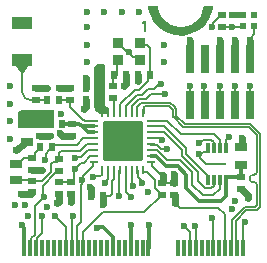
<source format=gtl>
G04*
G04 #@! TF.GenerationSoftware,Altium Limited,Altium Designer,22.8.2 (66)*
G04*
G04 Layer_Physical_Order=1*
G04 Layer_Color=255*
%FSLAX25Y25*%
%MOIN*%
G70*
G04*
G04 #@! TF.SameCoordinates,744AB1CC-70DD-4D7F-AE9B-81A1BAE70893*
G04*
G04*
G04 #@! TF.FilePolarity,Positive*
G04*
G01*
G75*
%ADD11R,0.02362X0.02756*%
%ADD12R,0.01378X0.05709*%
G04:AMPARAMS|DCode=13|XSize=35.43mil|YSize=31.5mil|CornerRadius=1.58mil|HoleSize=0mil|Usage=FLASHONLY|Rotation=180.000|XOffset=0mil|YOffset=0mil|HoleType=Round|Shape=RoundedRectangle|*
%AMROUNDEDRECTD13*
21,1,0.03543,0.02835,0,0,180.0*
21,1,0.03228,0.03150,0,0,180.0*
1,1,0.00315,-0.01614,0.01417*
1,1,0.00315,0.01614,0.01417*
1,1,0.00315,0.01614,-0.01417*
1,1,0.00315,-0.01614,-0.01417*
%
%ADD13ROUNDEDRECTD13*%
%ADD15R,0.01181X0.03543*%
G04:AMPARAMS|DCode=16|XSize=9.84mil|YSize=27.56mil|CornerRadius=0.49mil|HoleSize=0mil|Usage=FLASHONLY|Rotation=90.000|XOffset=0mil|YOffset=0mil|HoleType=Round|Shape=RoundedRectangle|*
%AMROUNDEDRECTD16*
21,1,0.00984,0.02657,0,0,90.0*
21,1,0.00886,0.02756,0,0,90.0*
1,1,0.00098,0.01329,0.00443*
1,1,0.00098,0.01329,-0.00443*
1,1,0.00098,-0.01329,-0.00443*
1,1,0.00098,-0.01329,0.00443*
%
%ADD16ROUNDEDRECTD16*%
G04:AMPARAMS|DCode=17|XSize=9.84mil|YSize=27.56mil|CornerRadius=0.49mil|HoleSize=0mil|Usage=FLASHONLY|Rotation=180.000|XOffset=0mil|YOffset=0mil|HoleType=Round|Shape=RoundedRectangle|*
%AMROUNDEDRECTD17*
21,1,0.00984,0.02657,0,0,180.0*
21,1,0.00886,0.02756,0,0,180.0*
1,1,0.00098,-0.00443,0.01329*
1,1,0.00098,0.00443,0.01329*
1,1,0.00098,0.00443,-0.01329*
1,1,0.00098,-0.00443,-0.01329*
%
%ADD17ROUNDEDRECTD17*%
G04:AMPARAMS|DCode=18|XSize=135.83mil|YSize=135.83mil|CornerRadius=6.79mil|HoleSize=0mil|Usage=FLASHONLY|Rotation=180.000|XOffset=0mil|YOffset=0mil|HoleType=Round|Shape=RoundedRectangle|*
%AMROUNDEDRECTD18*
21,1,0.13583,0.12224,0,0,180.0*
21,1,0.12224,0.13583,0,0,180.0*
1,1,0.01358,-0.06112,0.06112*
1,1,0.01358,0.06112,0.06112*
1,1,0.01358,0.06112,-0.06112*
1,1,0.01358,-0.06112,-0.06112*
%
%ADD18ROUNDEDRECTD18*%
%ADD19R,0.04173X0.03150*%
%ADD20R,0.02165X0.02165*%
%ADD21R,0.02992X0.09449*%
%ADD22R,0.06890X0.03937*%
%ADD23R,0.03937X0.03150*%
%ADD24R,0.02756X0.02362*%
%ADD39C,0.00630*%
%ADD40C,0.00787*%
%ADD41R,0.06496X0.00984*%
%ADD42C,0.02362*%
%ADD43C,0.00764*%
%ADD44C,0.01181*%
%ADD45C,0.01378*%
%ADD46C,0.01968*%
%ADD47C,0.02362*%
G36*
X12529Y51115D02*
X12541Y50878D01*
X12559Y50402D01*
X12570Y49926D01*
X12576Y49450D01*
X12576Y47244D01*
Y45060D01*
X487D01*
Y50118D01*
X677Y50318D01*
X1111Y50657D01*
X1592Y50927D01*
X2107Y51123D01*
X2376Y51181D01*
X12070D01*
X12529Y51115D01*
D02*
G37*
G36*
X1575Y63327D02*
X0Y65859D01*
X3937D01*
X2362Y63327D01*
X1575D01*
D02*
G37*
G36*
X28740Y66535D02*
X28923Y66535D01*
X29260Y66396D01*
X29519Y66137D01*
X29548Y66066D01*
X29659Y65617D01*
Y65617D01*
X29659Y65617D01*
X29659Y65617D01*
X29659Y53778D01*
X29548Y53405D01*
X29614Y52636D01*
X30037Y51990D01*
X30716Y51623D01*
X30798Y51509D01*
X30783Y51432D01*
Y49606D01*
X28740Y49606D01*
X28459Y49606D01*
X27908Y49716D01*
X27389Y49931D01*
X26922Y50243D01*
X26548Y50617D01*
X26272Y51031D01*
X26081Y51491D01*
X25984Y51978D01*
Y65354D01*
X27165Y66535D01*
X28740Y66535D01*
D02*
G37*
G36*
X43902Y85727D02*
X47254Y85727D01*
X47318Y85018D01*
X47655Y83635D01*
X48258Y82346D01*
X49102Y81201D01*
X50155Y80244D01*
X51376Y79513D01*
X52716Y79037D01*
X54125Y78833D01*
X54837Y78837D01*
X55549Y78833D01*
X56958Y79037D01*
X58298Y79513D01*
X59519Y80244D01*
X60572Y81201D01*
X61416Y82346D01*
X62019Y83635D01*
X62356Y85018D01*
X62420Y85727D01*
Y85727D01*
X65575D01*
X65485Y84805D01*
X64996Y83017D01*
X64213Y81337D01*
X63157Y79814D01*
X61860Y78491D01*
X60358Y77406D01*
X58694Y76590D01*
X56916Y76066D01*
X55076Y75850D01*
X53225Y75947D01*
X51418Y76356D01*
X49705Y77063D01*
X48136Y78050D01*
X46756Y79287D01*
X45605Y80739D01*
X44715Y82365D01*
X44414Y83241D01*
X44315Y83543D01*
X44150Y84158D01*
X44022Y84781D01*
X43930Y85410D01*
X43902Y85727D01*
X43902Y85727D01*
D02*
G37*
D11*
X32677Y62598D02*
D03*
X36614D02*
D03*
X10236Y54331D02*
D03*
X14173D02*
D03*
X23228Y58268D02*
D03*
X27165D02*
D03*
X23228Y54331D02*
D03*
X27165D02*
D03*
X24803Y22441D02*
D03*
X28740D02*
D03*
X40551Y62598D02*
D03*
X44488D02*
D03*
X15354Y46457D02*
D03*
X11417D02*
D03*
X7874Y38583D02*
D03*
X11811D02*
D03*
D12*
X2672Y5018D02*
D03*
X4640D02*
D03*
X6609D02*
D03*
X8577D02*
D03*
X10546D02*
D03*
X12514D02*
D03*
X14483D02*
D03*
X16451D02*
D03*
X18420D02*
D03*
X20388D02*
D03*
X22357D02*
D03*
X24325D02*
D03*
X26294D02*
D03*
X28262D02*
D03*
X30231D02*
D03*
X32199D02*
D03*
X34168D02*
D03*
X36136D02*
D03*
X38105D02*
D03*
X40073D02*
D03*
X42042D02*
D03*
X44010D02*
D03*
X53853D02*
D03*
X55821D02*
D03*
X57790D02*
D03*
X59758D02*
D03*
X61727D02*
D03*
X63695D02*
D03*
X65664D02*
D03*
X67632D02*
D03*
X69601D02*
D03*
X71569D02*
D03*
X73538D02*
D03*
X75506D02*
D03*
D13*
X41043Y73327D02*
D03*
X33760D02*
D03*
X41043Y67618D02*
D03*
X33760D02*
D03*
D15*
X69882Y27756D02*
D03*
X67913D02*
D03*
X65945D02*
D03*
X63976D02*
D03*
X69882Y38386D02*
D03*
X67913D02*
D03*
X65945D02*
D03*
X63976D02*
D03*
D16*
X25984Y47545D02*
D03*
Y45576D02*
D03*
Y43608D02*
D03*
Y41639D02*
D03*
Y39671D02*
D03*
Y37702D02*
D03*
Y35734D02*
D03*
Y33765D02*
D03*
X44882D02*
D03*
Y35734D02*
D03*
Y37702D02*
D03*
Y39671D02*
D03*
Y41639D02*
D03*
Y43608D02*
D03*
Y45576D02*
D03*
Y47545D02*
D03*
D17*
X28543Y31206D02*
D03*
X30512D02*
D03*
X32480D02*
D03*
X34449D02*
D03*
X36417D02*
D03*
X38386D02*
D03*
X40354D02*
D03*
X42323D02*
D03*
Y50104D02*
D03*
X40354D02*
D03*
X38386D02*
D03*
X36417D02*
D03*
X34449D02*
D03*
X32480D02*
D03*
X30512D02*
D03*
X28543D02*
D03*
D18*
X35433Y40655D02*
D03*
D19*
X0Y32913D02*
D03*
Y27717D02*
D03*
D20*
X79236Y78991D02*
D03*
X75496Y78991D02*
D03*
X79236Y82731D02*
D03*
X75496D02*
D03*
D21*
X77913Y68110D02*
D03*
Y52756D02*
D03*
X72913Y68110D02*
D03*
Y52756D02*
D03*
X67913Y68110D02*
D03*
Y52756D02*
D03*
X62913Y68110D02*
D03*
Y52756D02*
D03*
X57913Y68110D02*
D03*
Y52756D02*
D03*
D22*
X1969Y67803D02*
D03*
Y80228D02*
D03*
D23*
X74803Y32874D02*
D03*
Y38780D02*
D03*
X3543Y40354D02*
D03*
Y46260D02*
D03*
D24*
X14173Y34646D02*
D03*
Y30709D02*
D03*
X18110Y27165D02*
D03*
Y23228D02*
D03*
X18504Y42520D02*
D03*
Y46457D02*
D03*
X7874Y42520D02*
D03*
Y46457D02*
D03*
X52559Y22835D02*
D03*
Y26772D02*
D03*
X5354Y23622D02*
D03*
Y27559D02*
D03*
X74803Y24803D02*
D03*
Y28740D02*
D03*
X32283Y59055D02*
D03*
Y55118D02*
D03*
X68504Y78740D02*
D03*
Y82677D02*
D03*
X14173Y23228D02*
D03*
Y27165D02*
D03*
X48622Y26772D02*
D03*
Y22835D02*
D03*
X17717Y58268D02*
D03*
Y54331D02*
D03*
X6693Y58268D02*
D03*
Y54331D02*
D03*
X5354Y31102D02*
D03*
Y35039D02*
D03*
D39*
X80177Y26062D02*
G03*
X79268Y26971I-909J0D01*
G01*
X77813Y27881D02*
G03*
X78723Y26971I909J0D01*
G01*
Y29570D02*
G03*
X77813Y28660I0J-909D01*
G01*
X79268Y29570D02*
G03*
X80177Y30479I0J909D01*
G01*
X42390Y50171D02*
Y51954D01*
X42323Y50104D02*
X42390Y50171D01*
Y51954D02*
X42759Y52323D01*
X43701D01*
X72002Y14522D02*
X76177Y18697D01*
X73105Y8363D02*
Y14065D01*
Y8363D02*
X73164Y8303D01*
X73105Y14065D02*
X76634Y17594D01*
X71943Y5416D02*
Y8303D01*
X71542Y5015D02*
X71943Y5416D01*
X73164Y5361D02*
X73511Y5015D01*
X73164Y5361D02*
Y8303D01*
X72002Y8363D02*
Y14522D01*
X71943Y8303D02*
X72002Y8363D01*
X80177Y23997D02*
Y26062D01*
X78723Y26971D02*
X79268D01*
X77813Y27881D02*
Y28660D01*
X78723Y29570D02*
X79268D01*
X80177Y30479D02*
Y33393D01*
Y19291D02*
Y23997D01*
Y33393D02*
Y42736D01*
X81280Y18835D02*
Y43193D01*
X78016Y46457D02*
X81280Y43193D01*
X80040Y17594D02*
X81280Y18835D01*
X77559Y45354D02*
X80177Y42736D01*
X41648Y53425D02*
X43701D01*
X40354Y50104D02*
Y52131D01*
X41648Y53425D01*
X79583Y18697D02*
X80177Y19291D01*
X43701Y53425D02*
X51283D01*
X52362Y52346D01*
X43701Y52323D02*
X50827D01*
X52190Y50959D01*
Y48777D02*
Y50959D01*
Y48777D02*
X52362Y48605D01*
Y52346D02*
X53292Y51416D01*
X52362Y48605D02*
X55613Y45354D01*
X53292Y49234D02*
X56069Y46457D01*
X53292Y49234D02*
Y51416D01*
X55613Y45354D02*
X56069D01*
X63401Y46457D02*
X78016D01*
X63401Y45354D02*
X77559D01*
X56069D02*
X63401D01*
X56069Y46457D02*
X63401D01*
X76177Y18697D02*
X79583D01*
X76634Y17594D02*
X80040D01*
D40*
X17717Y52688D02*
G03*
X17946Y52133I787J0D01*
G01*
X22305Y47774D02*
G03*
X22860Y47545I555J558D01*
G01*
X1969Y56997D02*
G03*
X4635Y54331I2667J0D01*
G01*
X52756Y20079D02*
X52947D01*
X54522Y18504D01*
X61024Y36417D02*
X61325Y36116D01*
X61024Y36417D02*
X61450D01*
X67716Y52559D02*
Y59055D01*
Y52559D02*
X67913Y52362D01*
X62598Y53937D02*
Y59055D01*
Y53937D02*
X62992Y53544D01*
X72835Y52441D02*
Y59055D01*
Y52441D02*
X72913Y52362D01*
X32677Y62598D02*
X33071Y62205D01*
X33071D02*
X33465Y62598D01*
Y67520D01*
X32283Y61811D02*
X32677Y62205D01*
X32283Y59055D02*
Y61811D01*
X33760Y67618D02*
Y67618D01*
X33661Y67716D02*
X33760Y67618D01*
X33465Y67520D02*
X33661Y67716D01*
X33071Y62205D02*
X33071D01*
X27953Y61024D02*
Y64173D01*
Y60597D02*
Y61024D01*
Y60597D02*
X28740Y59810D01*
Y55709D02*
Y59810D01*
X28346Y55709D02*
X28740D01*
X27165Y54528D02*
X28346Y55709D01*
X32283Y55118D02*
X32480Y54921D01*
Y50104D02*
Y54921D01*
X65354Y78740D02*
X65656Y79041D01*
Y80026D01*
X68307Y82677D02*
X68504D01*
X65656Y80026D02*
X68307Y82677D01*
X59685Y12281D02*
X59708Y12258D01*
Y5037D02*
X59731Y5015D01*
X65496Y5156D02*
Y14819D01*
Y5156D02*
X65637Y5015D01*
X65354Y14961D02*
X65496Y14819D01*
X59708Y5037D02*
Y12258D01*
X40994Y57874D02*
X43776Y60656D01*
X39370Y57874D02*
X40994D01*
X34547Y53051D02*
X39370Y57874D01*
X43776Y61886D02*
X44488Y62598D01*
X43776Y60656D02*
Y61886D01*
X44488Y62402D02*
Y71653D01*
X45906Y58071D02*
X47677Y59842D01*
X43898Y58071D02*
X45906D01*
X47677Y59842D02*
X48031D01*
X49505Y56401D02*
X49606Y56299D01*
X44983Y56401D02*
X49505D01*
X34547Y50202D02*
Y53051D01*
X40334Y56102D02*
X41929D01*
X40905Y54724D02*
X43307D01*
X38484Y52303D02*
X40905Y54724D01*
X38484Y50202D02*
Y52303D01*
X36516Y50202D02*
Y52284D01*
X40334Y56102D01*
X34449Y50104D02*
X34547Y50202D01*
X38386Y50104D02*
X38484Y50202D01*
X63287Y33169D02*
X66831D01*
X63779Y37008D02*
X63976Y37205D01*
Y38386D01*
X66831Y33169D02*
X66929Y33071D01*
X46260Y25183D02*
Y27822D01*
X43535Y30547D02*
X46260Y27822D01*
X42421Y30547D02*
X43535D01*
X61325Y35132D02*
X63287Y33169D01*
X62040Y37008D02*
X63779D01*
X61450Y36417D02*
X62040Y37008D01*
X61325Y35132D02*
Y36116D01*
X46260Y25183D02*
X46942Y24501D01*
X54522Y18504D02*
X67323D01*
X69574Y16253D01*
Y5015D02*
Y16253D01*
X43307Y54724D02*
X44983Y56401D01*
X41929Y56102D02*
X43898Y58071D01*
X41763Y72607D02*
X43535D01*
X41043Y73327D02*
X41763Y72607D01*
X43535D02*
X44488Y71653D01*
X33858Y73425D02*
X36411Y70872D01*
X37002D01*
X39764Y68898D02*
X40945Y67716D01*
X38976Y68898D02*
X39764D01*
X37002Y70872D02*
X38976Y68898D01*
X33661Y73425D02*
X33858D01*
X76183Y13417D02*
Y13843D01*
X75479Y12713D02*
X76183Y13417D01*
X75479Y5015D02*
Y12713D01*
X2086Y35039D02*
X5354D01*
X2086Y34881D02*
Y35039D01*
X118Y32913D02*
X2086Y34881D01*
X0Y32913D02*
X118D01*
X0Y27717D02*
X0Y27717D01*
X5196D01*
X5354Y27559D01*
X8469D01*
X11417Y30507D02*
Y33071D01*
X8469Y27559D02*
X11417Y30507D01*
X6129Y9497D02*
Y19121D01*
X9055Y22047D01*
X11024Y37598D02*
Y37795D01*
X9747Y34673D02*
Y36322D01*
X9446Y34372D02*
X9747Y34673D01*
Y36322D02*
X11024Y37598D01*
X8817Y22285D02*
Y25760D01*
Y22285D02*
X9055Y22047D01*
X8817Y25760D02*
X12978Y29921D01*
X13386D02*
X14173Y30709D01*
X12978Y29921D02*
X13386D01*
X40354Y31206D02*
X40453Y31108D01*
X41901Y26839D02*
Y27265D01*
X40453Y28714D02*
Y31108D01*
Y28714D02*
X41901Y27265D01*
X38386Y31206D02*
X38484Y31108D01*
Y25886D02*
Y31108D01*
Y25886D02*
X38780Y25591D01*
X36417Y23819D02*
Y31206D01*
Y23819D02*
X38189Y22047D01*
X34350Y22539D02*
Y31108D01*
X34449Y31206D01*
X34252Y22441D02*
X34350Y22539D01*
X11024Y37795D02*
X12598Y39370D01*
X20079D01*
X22348Y41639D01*
X19685Y35039D02*
X19986Y35341D01*
X21561D01*
X23923Y37702D01*
X19094Y27953D02*
Y30479D01*
X19685Y31496D02*
X21654Y33465D01*
X19094Y30479D02*
X19685Y31070D01*
Y31496D01*
X18307Y27165D02*
X19094Y27953D01*
X21654Y33465D02*
X22441D01*
X14173Y27165D02*
X18307D01*
X22860Y47545D02*
X25984D01*
X17717Y52688D02*
Y54331D01*
X17946Y52133D02*
X22305Y47774D01*
X27165Y54331D02*
Y54528D01*
X28740Y22441D02*
X31102D01*
X31881Y23220D02*
Y27551D01*
X31102Y22441D02*
X31881Y23220D01*
X3543Y46260D02*
X11220D01*
X22330Y10519D02*
X28740Y16929D01*
X42520D02*
X48425Y22835D01*
X28740Y16929D02*
X42520D01*
X31881Y27551D02*
X32480Y28150D01*
X29370Y26575D02*
Y27001D01*
X30512Y28143D01*
Y31206D01*
X25611Y33765D02*
X25984D01*
X25512Y33667D02*
X25611Y33765D01*
X25512Y32553D02*
Y33667D01*
X22054Y29095D02*
X25512Y32553D01*
X21654Y27608D02*
X22054Y28009D01*
Y29095D01*
X77953Y52402D02*
Y58661D01*
X57874Y52402D02*
Y58661D01*
X4908Y8277D02*
X6129Y9497D01*
X4908Y7936D02*
X4908Y7937D01*
Y8277D01*
X4613Y5015D02*
X4908Y5310D01*
Y7936D01*
X68504Y78740D02*
X71850D01*
X68504Y78740D02*
X68504Y78740D01*
X71850D02*
X71976Y78865D01*
X74928D01*
X75296Y79233D01*
X52559Y26772D02*
X52617Y26714D01*
X14173Y27165D02*
X14173Y27165D01*
X25886Y35635D02*
X25984Y35734D01*
X24611Y35635D02*
X25886D01*
X22441Y33465D02*
X24611Y35635D01*
X18547Y5169D02*
Y15594D01*
X18393Y5015D02*
X18547Y5169D01*
Y15594D02*
X18701Y15748D01*
X16424Y5015D02*
Y12120D01*
X12795Y15748D02*
X16424Y12120D01*
X20361Y5015D02*
Y12487D01*
X21654Y24834D02*
X21654Y24869D01*
X20361Y12487D02*
X21654Y13780D01*
X21654Y24869D02*
X21776Y27608D01*
X21654Y13780D02*
Y24834D01*
X22330Y5015D02*
Y10519D01*
X4635Y54331D02*
X10236D01*
X1969Y56997D02*
Y67803D01*
X10236Y54331D02*
X10236Y54331D01*
X23923Y37702D02*
X25984D01*
X25886Y39572D02*
X25984Y39671D01*
X23430Y39572D02*
X25886D01*
X21260Y37402D02*
X23430Y39572D01*
X14961Y37402D02*
X21260D01*
X14173Y36614D02*
X14961Y37402D01*
X14173Y34646D02*
Y36614D01*
X11417Y33071D02*
X12205Y33858D01*
X13386D01*
X14173Y34646D01*
X8661Y10081D02*
Y15748D01*
X6582Y5015D02*
X6876Y5309D01*
Y8296D01*
X8661Y10081D01*
X7874Y38386D02*
Y38583D01*
X6338Y36850D02*
X7874Y38386D01*
X6338Y35827D02*
Y36850D01*
X5551Y35039D02*
X6338Y35827D01*
X5354Y35039D02*
X5551D01*
X22348Y41639D02*
X25984D01*
X3543Y46260D02*
Y49606D01*
X7874Y46457D02*
Y49606D01*
X14173Y54331D02*
X17717D01*
X27165Y58268D02*
X27165Y58268D01*
X3543Y46260D02*
X3543Y46260D01*
X36417Y50104D02*
X36516Y50202D01*
X27165Y51772D02*
Y54528D01*
X11220Y46260D02*
X11417Y46457D01*
X27849Y51088D02*
X28445D01*
X27165Y51772D02*
X27849Y51088D01*
X28445D02*
X28543Y50989D01*
Y50104D02*
Y50989D01*
X25364Y28646D02*
X25632Y28914D01*
X27824D01*
X28445Y29535D01*
X62992Y67913D02*
X63090Y68012D01*
X57874Y52402D02*
X57913Y52362D01*
X42323Y30645D02*
X42421Y30547D01*
X42323Y30645D02*
Y31206D01*
X78773Y78765D02*
X79236Y78302D01*
X78567Y78765D02*
X79036Y79233D01*
X78041Y74223D02*
X78174Y74355D01*
X77835Y74016D02*
X78041Y74223D01*
Y75096D01*
X79236Y76290D01*
Y78302D01*
X78567Y78765D02*
X78773D01*
X55905Y12276D02*
Y12500D01*
Y12276D02*
X57763Y10419D01*
Y5015D02*
Y10419D01*
X77835Y67087D02*
X77992Y66929D01*
X77913Y52362D02*
X77953Y52402D01*
X48425Y22835D02*
X48622D01*
X45209Y32553D02*
X47896Y29866D01*
X45111Y33765D02*
X45209Y33667D01*
X48480Y29866D02*
X48819Y29528D01*
X44882Y33765D02*
X45111D01*
X45209Y32553D02*
Y33667D01*
X47896Y29866D02*
X48480D01*
X47638Y23622D02*
X48425Y22835D01*
X46956Y24501D02*
X47638Y23819D01*
Y23622D02*
Y23819D01*
X46942Y24501D02*
X46956D01*
X48622Y26772D02*
X48819Y26968D01*
X32480Y28150D02*
Y31206D01*
X28445Y29535D02*
Y31108D01*
X28543Y31206D01*
X48622Y26772D02*
X52559D01*
X42126Y80108D02*
X42426Y80258D01*
X42876Y80708D01*
Y77559D01*
D41*
X66929Y33071D02*
D03*
D42*
X52559Y22835D02*
X52756D01*
Y20079D02*
Y22835D01*
X52559Y26772D02*
Y29592D01*
X13505Y19980D02*
X14040Y20515D01*
Y23228D01*
X14173D01*
X36614Y59842D02*
Y62598D01*
X35827Y59055D02*
X36614Y59842D01*
X27165Y60236D02*
X27953Y61024D01*
X27165Y58268D02*
Y60236D01*
X40551Y60772D02*
Y62598D01*
X40551Y60772D02*
X40551Y60772D01*
X77049Y21654D02*
Y22754D01*
X75000Y24803D02*
X77049Y22754D01*
X74803Y24803D02*
X75000D01*
X74803Y38780D02*
X75197D01*
Y41732D01*
X22638Y51569D02*
X23228Y52160D01*
Y54331D01*
Y58268D02*
Y61615D01*
X23209Y61634D02*
X23228Y61615D01*
X2756Y39999D02*
X3543Y40354D01*
X-187Y37859D02*
X2756Y39999D01*
X15163Y42520D02*
X18504D01*
X14376Y43307D02*
X15163Y42520D01*
X28740Y19685D02*
Y22441D01*
X24803D02*
Y25057D01*
X24449Y25411D02*
X24803Y25057D01*
X18083Y23228D02*
X18110D01*
X18083Y20284D02*
Y23228D01*
X14173Y58268D02*
X17717D01*
X6693D02*
X10236D01*
X6693Y58268D02*
X6693Y58268D01*
X5354Y31102D02*
X8661D01*
X4960Y23228D02*
X5354Y23622D01*
X1575Y23228D02*
X4960D01*
X7874Y42520D02*
X11024D01*
X57874Y67795D02*
Y74016D01*
X77835Y68071D02*
Y74016D01*
X67992Y67913D02*
Y74016D01*
X72913Y67992D02*
Y74016D01*
Y67008D02*
X72992Y66929D01*
X48819Y26968D02*
Y29528D01*
D43*
X62035Y41130D02*
X64970D01*
X61024Y40169D02*
X61074D01*
X62035Y41130D01*
X44882Y47545D02*
X50093D01*
X54724Y42913D02*
X65954D01*
X50093Y47545D02*
X54724Y42913D01*
X44882Y45576D02*
X49306D01*
X56598Y36315D02*
Y38284D01*
X49306Y45576D02*
X56598Y38284D01*
X44882Y43608D02*
X49306D01*
X46700Y39560D02*
X48040Y38220D01*
X55243Y35649D02*
Y37670D01*
X49306Y43608D02*
X55243Y37670D01*
X48386Y40945D02*
X48644D01*
X48040Y38220D02*
X49969D01*
X44992Y39560D02*
X46700D01*
X49969Y38220D02*
X50275Y37914D01*
X45125Y41639D02*
X47692D01*
X48386Y40945D01*
X65954Y42913D02*
X67705Y41162D01*
X69882Y40940D02*
X70866Y41924D01*
X69882Y38386D02*
Y40940D01*
X70866Y41924D02*
Y42126D01*
X65737Y38594D02*
X65945Y38386D01*
X67803Y24838D02*
Y27645D01*
X67705Y38594D02*
Y41162D01*
Y38594D02*
X67913Y38386D01*
X67803Y27645D02*
X67913Y27756D01*
X56598Y36315D02*
X63976Y28937D01*
Y27756D02*
Y28937D01*
X55243Y35649D02*
X60630Y30263D01*
Y27365D02*
Y30263D01*
Y27365D02*
X62983Y25012D01*
X64970D01*
X65737Y25778D01*
Y27547D01*
X65945Y27756D01*
X65669Y22704D02*
X67803Y24838D01*
X62173Y22704D02*
X65669D01*
X58661Y26215D02*
X62173Y22704D01*
X58661Y26215D02*
Y30315D01*
X54627Y34349D02*
X58661Y30315D01*
X50162Y34349D02*
X54627D01*
X46919Y37592D02*
X50162Y34349D01*
X44992Y37592D02*
X46919D01*
X44882Y37702D02*
X44992Y37592D01*
X65737Y38594D02*
Y40363D01*
X64970Y41130D02*
X65737Y40363D01*
X44882Y39671D02*
X44992Y39560D01*
D44*
X38147Y12556D02*
X38189Y12598D01*
X38147Y5084D02*
Y12556D01*
X38078Y5015D02*
X38147Y5084D01*
X43983Y5015D02*
X44052Y5084D01*
Y12556D02*
X44094Y12598D01*
X44052Y5084D02*
Y12556D01*
X32199Y5018D02*
X32211Y5031D01*
Y8717D01*
X27176Y11705D02*
X27453Y11981D01*
X28947D01*
X32211Y8717D01*
X26857Y11705D02*
X27176D01*
X69882Y22542D02*
Y28740D01*
X75000D01*
X56693Y25000D02*
Y29349D01*
X53793Y32249D02*
X56693Y29349D01*
X51458Y32249D02*
X53793D01*
X51458Y32249D02*
X51458Y32249D01*
X49909Y32249D02*
X51458D01*
X46425Y35734D02*
X49909Y32249D01*
X44882Y35734D02*
X46425D01*
X68206Y20866D02*
X69882Y22542D01*
X60827Y20866D02*
X68206D01*
X56693Y25000D02*
X60827Y20866D01*
X74803Y28740D02*
Y32874D01*
X2645Y5015D02*
Y11693D01*
X1969Y12369D02*
X2645Y11693D01*
X1969Y12369D02*
Y12795D01*
D45*
X23715Y43608D02*
X25984D01*
X21747Y45576D02*
X23715Y43608D01*
X21747Y45576D02*
X25984D01*
X18504Y46457D02*
X20866D01*
X21747Y45576D01*
X15354Y46457D02*
X18504D01*
D46*
X71850Y82677D02*
X75443D01*
D47*
X54837Y77557D02*
D03*
X63105Y82675D02*
D03*
X46569D02*
D03*
X52756Y20079D02*
D03*
X61024Y36417D02*
D03*
X52559Y29592D02*
D03*
X61024Y40169D02*
D03*
X67716Y59055D02*
D03*
X62598D02*
D03*
X77953D02*
D03*
X72835D02*
D03*
X27953Y64173D02*
D03*
Y61024D02*
D03*
X65354Y78740D02*
D03*
X38189Y12598D02*
D03*
X44094D02*
D03*
X40354Y35734D02*
D03*
Y40655D02*
D03*
Y45576D02*
D03*
X30512D02*
D03*
Y40655D02*
D03*
Y35734D02*
D03*
X35433D02*
D03*
Y45576D02*
D03*
Y40655D02*
D03*
X59685Y12281D02*
D03*
X65354Y14961D02*
D03*
X2756Y19291D02*
D03*
X48644Y40945D02*
D03*
X50275Y37914D02*
D03*
X40551Y60772D02*
D03*
X48031Y59842D02*
D03*
X49606Y56299D02*
D03*
X35827Y59055D02*
D03*
X70866Y42126D02*
D03*
X23622Y66929D02*
D03*
X77049Y21654D02*
D03*
X71822Y17942D02*
D03*
X76183Y13843D02*
D03*
X75197Y41732D02*
D03*
X72813Y20815D02*
D03*
X9446Y34372D02*
D03*
X9055Y22047D02*
D03*
X10236Y18898D02*
D03*
X43701Y23622D02*
D03*
X41901Y26839D02*
D03*
X38780Y25591D02*
D03*
X34252Y22441D02*
D03*
X38189Y22047D02*
D03*
X19685Y35039D02*
D03*
Y31496D02*
D03*
X14961Y49606D02*
D03*
X22638Y51569D02*
D03*
X23209Y61634D02*
D03*
X11417Y49606D02*
D03*
X-197Y37795D02*
D03*
X28740Y19291D02*
D03*
X29370Y26575D02*
D03*
X3767Y15748D02*
D03*
X1969Y12795D02*
D03*
X40945Y83858D02*
D03*
X49213Y66929D02*
D03*
Y72835D02*
D03*
X-2165Y47244D02*
D03*
X23622Y72835D02*
D03*
Y78740D02*
D03*
X35039Y83858D02*
D03*
X29134D02*
D03*
X23622D02*
D03*
X-2165Y59055D02*
D03*
X26857Y11705D02*
D03*
X-2165Y41339D02*
D03*
Y53150D02*
D03*
X-394Y19291D02*
D03*
X71850Y82677D02*
D03*
Y78740D02*
D03*
X24449Y25411D02*
D03*
X18083Y20284D02*
D03*
X18701Y15748D02*
D03*
X12795D02*
D03*
X14173Y58268D02*
D03*
X10236D02*
D03*
X8661Y31102D02*
D03*
X14376Y43307D02*
D03*
X13505Y19980D02*
D03*
X21776Y27608D02*
D03*
X8661Y15748D02*
D03*
X1575Y23228D02*
D03*
X3543Y49606D02*
D03*
X7874D02*
D03*
X11417Y42520D02*
D03*
X25364Y28646D02*
D03*
X57874Y74410D02*
D03*
Y59055D02*
D03*
X72913Y74410D02*
D03*
X67992D02*
D03*
X77835D02*
D03*
X55905Y12500D02*
D03*
X48819Y29528D02*
D03*
X37402Y70472D02*
D03*
M02*

</source>
